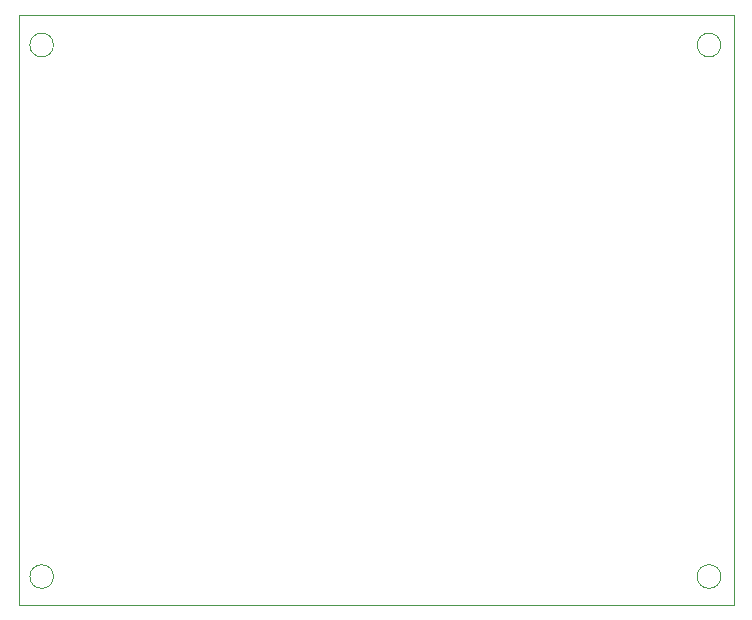
<source format=gbr>
%TF.GenerationSoftware,KiCad,Pcbnew,7.0.1*%
%TF.CreationDate,2023-04-20T22:59:21+02:00*%
%TF.ProjectId,Laserdinges,4c617365-7264-4696-9e67-65732e6b6963,rev?*%
%TF.SameCoordinates,Original*%
%TF.FileFunction,Profile,NP*%
%FSLAX46Y46*%
G04 Gerber Fmt 4.6, Leading zero omitted, Abs format (unit mm)*
G04 Created by KiCad (PCBNEW 7.0.1) date 2023-04-20 22:59:21*
%MOMM*%
%LPD*%
G01*
G04 APERTURE LIST*
%TA.AperFunction,Profile*%
%ADD10C,0.100000*%
%TD*%
G04 APERTURE END LIST*
D10*
X78038400Y-55493600D02*
X138592000Y-55493600D01*
X138592000Y-105379200D01*
X78038400Y-105379200D01*
X78038400Y-55493600D01*
X81000000Y-103000000D02*
G75*
G03*
X81000000Y-103000000I-1000000J0D01*
G01*
X137500000Y-58000000D02*
G75*
G03*
X137500000Y-58000000I-1000000J0D01*
G01*
X81000000Y-58000000D02*
G75*
G03*
X81000000Y-58000000I-1000000J0D01*
G01*
X137500000Y-103000000D02*
G75*
G03*
X137500000Y-103000000I-1000000J0D01*
G01*
M02*

</source>
